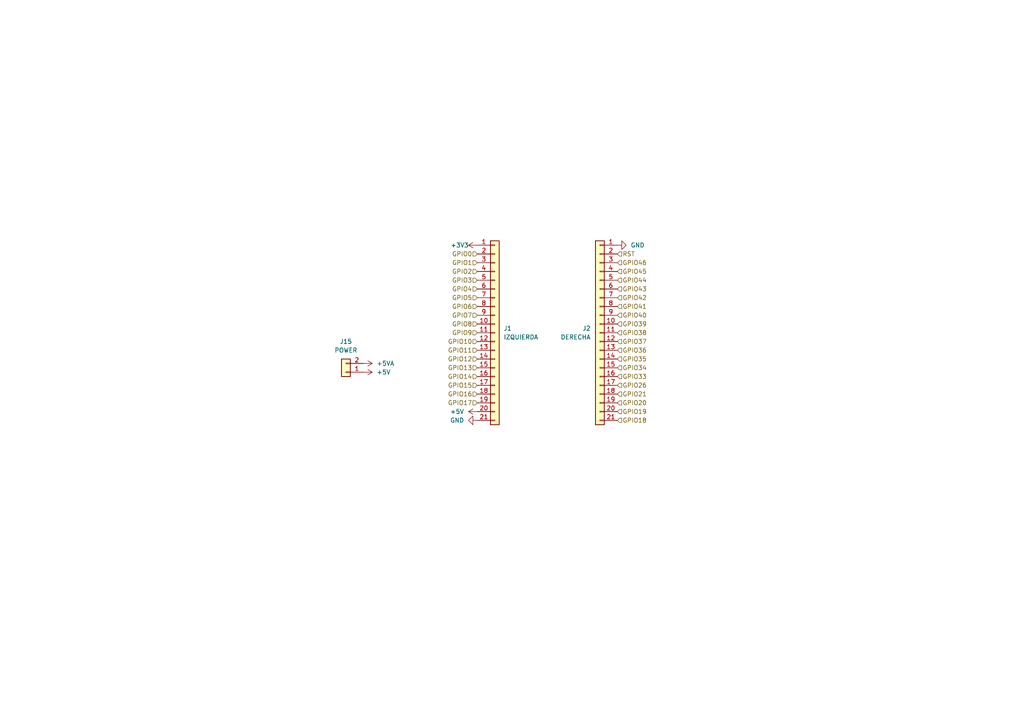
<source format=kicad_sch>
(kicad_sch (version 20230121) (generator eeschema)
  (paper "A4")
  (lib_symbols
    (symbol "Connector_Generic:Conn_01x02" (pin_names (offset 1.016) hide)
      (property "Reference" "J" (at 0 2.54 0))
      (property "Value" "Conn_01x02" (at 0 -5.08 0))
      (symbol "Conn_01x02_1_1"
        (rectangle (start -1.27 -2.413) (end 0 -2.667) (stroke (width 0.1524)))
        (rectangle (start -1.27 0.127) (end 0 -0.127) (stroke (width 0.1524)))
        (rectangle (start -1.27 1.27) (end 1.27 -3.81) (stroke (width 0.254)) (fill (type background)))
        (pin passive line (at -5.08 0 0) (length 3.81) (name "Pin_1") (number "1"))
        (pin passive line (at -5.08 -2.54 0) (length 3.81) (name "Pin_2") (number "2"))
      )
    )
    (symbol "Connector_Generic:Conn_01x21" (pin_names (offset 1.016) hide)
      (property "Reference" "J" (at 0 27.94 0))
      (property "Value" "Conn_01x21" (at 0 -27.94 0))
      (symbol "Conn_01x21_1_1"
        (rectangle (start -1.27 -25.273) (end 0 -25.527) (stroke (width 0.1524)))
        (rectangle (start -1.27 -22.733) (end 0 -22.987) (stroke (width 0.1524)))
        (rectangle (start -1.27 -20.193) (end 0 -20.447) (stroke (width 0.1524)))
        (rectangle (start -1.27 -17.653) (end 0 -17.907) (stroke (width 0.1524)))
        (rectangle (start -1.27 -15.113) (end 0 -15.367) (stroke (width 0.1524)))
        (rectangle (start -1.27 -12.573) (end 0 -12.827) (stroke (width 0.1524)))
        (rectangle (start -1.27 -10.033) (end 0 -10.287) (stroke (width 0.1524)))
        (rectangle (start -1.27 -7.493) (end 0 -7.747) (stroke (width 0.1524)))
        (rectangle (start -1.27 -4.953) (end 0 -5.207) (stroke (width 0.1524)))
        (rectangle (start -1.27 -2.413) (end 0 -2.667) (stroke (width 0.1524)))
        (rectangle (start -1.27 0.127) (end 0 -0.127) (stroke (width 0.1524)))
        (rectangle (start -1.27 2.667) (end 0 2.413) (stroke (width 0.1524)))
        (rectangle (start -1.27 5.207) (end 0 4.953) (stroke (width 0.1524)))
        (rectangle (start -1.27 7.747) (end 0 7.493) (stroke (width 0.1524)))
        (rectangle (start -1.27 10.287) (end 0 10.033) (stroke (width 0.1524)))
        (rectangle (start -1.27 12.827) (end 0 12.573) (stroke (width 0.1524)))
        (rectangle (start -1.27 15.367) (end 0 15.113) (stroke (width 0.1524)))
        (rectangle (start -1.27 17.907) (end 0 17.653) (stroke (width 0.1524)))
        (rectangle (start -1.27 20.447) (end 0 20.193) (stroke (width 0.1524)))
        (rectangle (start -1.27 22.987) (end 0 22.733) (stroke (width 0.1524)))
        (rectangle (start -1.27 25.527) (end 0 25.273) (stroke (width 0.1524)))
        (rectangle (start -1.27 26.67) (end 1.27 -26.67) (stroke (width 0.254)) (fill (type background)))
        (pin passive line (at -5.08 25.4 0) (length 3.81) (name "Pin_1") (number "1"))
        (pin passive line (at -5.08 2.54 0) (length 3.81) (name "Pin_10") (number "10"))
        (pin passive line (at -5.08 0 0) (length 3.81) (name "Pin_11") (number "11"))
        (pin passive line (at -5.08 -2.54 0) (length 3.81) (name "Pin_12") (number "12"))
        (pin passive line (at -5.08 -5.08 0) (length 3.81) (name "Pin_13") (number "13"))
        (pin passive line (at -5.08 -7.62 0) (length 3.81) (name "Pin_14") (number "14"))
        (pin passive line (at -5.08 -10.16 0) (length 3.81) (name "Pin_15") (number "15"))
        (pin passive line (at -5.08 -12.7 0) (length 3.81) (name "Pin_16") (number "16"))
        (pin passive line (at -5.08 -15.24 0) (length 3.81) (name "Pin_17") (number "17"))
        (pin passive line (at -5.08 -17.78 0) (length 3.81) (name "Pin_18") (number "18"))
        (pin passive line (at -5.08 -20.32 0) (length 3.81) (name "Pin_19") (number "19"))
        (pin passive line (at -5.08 22.86 0) (length 3.81) (name "Pin_2") (number "2"))
        (pin passive line (at -5.08 -22.86 0) (length 3.81) (name "Pin_20") (number "20"))
        (pin passive line (at -5.08 -25.4 0) (length 3.81) (name "Pin_21") (number "21"))
        (pin passive line (at -5.08 20.32 0) (length 3.81) (name "Pin_3") (number "3"))
        (pin passive line (at -5.08 17.78 0) (length 3.81) (name "Pin_4") (number "4"))
        (pin passive line (at -5.08 15.24 0) (length 3.81) (name "Pin_5") (number "5"))
        (pin passive line (at -5.08 12.7 0) (length 3.81) (name "Pin_6") (number "6"))
        (pin passive line (at -5.08 10.16 0) (length 3.81) (name "Pin_7") (number "7"))
        (pin passive line (at -5.08 7.62 0) (length 3.81) (name "Pin_8") (number "8"))
        (pin passive line (at -5.08 5.08 0) (length 3.81) (name "Pin_9") (number "9"))
      )
    )
    (symbol "power:+3V3" (power) (pin_names (offset 0))
      (property "Value" "+3V3" (at 0 3.556 0))
      (symbol "+3V3_0_1"
        (polyline (pts (xy -0.762 1.27) (xy 0 2.54)))
        (polyline (pts (xy 0 0) (xy 0 2.54)))
        (polyline (pts (xy 0 2.54) (xy 0.762 1.27)))
      )
      (symbol "+3V3_1_1"
        (pin power_in line (at 0 0 90) (length 0) hide (name "+3V3") (number "1"))
      )
    )
    (symbol "power:+5V" (power) (pin_names (offset 0))
      (property "Value" "+5V" (at 0 3.556 0))
      (symbol "+5V_0_1"
        (polyline (pts (xy -0.762 1.27) (xy 0 2.54)))
        (polyline (pts (xy 0 0) (xy 0 2.54)))
        (polyline (pts (xy 0 2.54) (xy 0.762 1.27)))
      )
      (symbol "+5V_1_1"
        (pin power_in line (at 0 0 90) (length 0) hide (name "+5V") (number "1"))
      )
    )
    (symbol "power:+5VA" (power) (pin_names (offset 0))
      (property "Value" "+5VA" (at 0 3.556 0))
      (symbol "+5VA_0_1"
        (polyline (pts (xy -0.762 1.27) (xy 0 2.54)))
        (polyline (pts (xy 0 0) (xy 0 2.54)))
        (polyline (pts (xy 0 2.54) (xy 0.762 1.27)))
      )
      (symbol "+5VA_1_1"
        (pin power_in line (at 0 0 90) (length 0) hide (name "+5VA") (number "1"))
      )
    )
    (symbol "power:GND" (power) (pin_names (offset 0))
      (property "Value" "GND" (at 0 -3.81 0))
      (symbol "GND_0_1"
        (polyline (pts (xy 0 0) (xy 0 -1.27) (xy 1.27 -1.27) (xy 0 -2.54) (xy -1.27 -1.27) (xy 0 -1.27)))
      )
      (symbol "GND_1_1"
        (pin power_in line (at 0 0 270) (length 0) hide (name "GND") (number "1"))
      )
    )
  )
  (hierarchical_label "GPIO5" (shape input) (at 138.43 86.36 180))
  (hierarchical_label "GPIO38" (shape input) (at 179.07 96.52 0))
  (hierarchical_label "GPIO26" (shape input) (at 179.07 111.76 0))
  (hierarchical_label "GPIO13" (shape input) (at 138.43 106.68 180))
  (hierarchical_label "GPIO8" (shape input) (at 138.43 93.98 180))
  (hierarchical_label "GPIO39" (shape input) (at 179.07 93.98 0))
  (hierarchical_label "GPIO3" (shape input) (at 138.43 81.28 180))
  (hierarchical_label "GPIO42" (shape input) (at 179.07 86.36 0))
  (hierarchical_label "GPIO36" (shape input) (at 179.07 101.6 0))
  (hierarchical_label "GPIO6" (shape input) (at 138.43 88.9 180))
  (hierarchical_label "GPIO33" (shape input) (at 179.07 109.22 0))
  (hierarchical_label "GPIO16" (shape input) (at 138.43 114.3 180))
  (hierarchical_label "GPIO43" (shape input) (at 179.07 83.82 0))
  (hierarchical_label "GPIO14" (shape input) (at 138.43 109.22 180))
  (hierarchical_label "GPIO12" (shape input) (at 138.43 104.14 180))
  (hierarchical_label "GPIO45" (shape input) (at 179.07 78.74 0))
  (hierarchical_label "GPIO15" (shape input) (at 138.43 111.76 180))
  (hierarchical_label "GPIO17" (shape input) (at 138.43 116.84 180))
  (hierarchical_label "GPIO18" (shape input) (at 179.07 121.92 0))
  (hierarchical_label "GPIO9" (shape input) (at 138.43 96.52 180))
  (hierarchical_label "GPIO34" (shape input) (at 179.07 106.68 0))
  (hierarchical_label "GPIO11" (shape input) (at 138.43 101.6 180))
  (hierarchical_label "GPIO35" (shape input) (at 179.07 104.14 0))
  (hierarchical_label "RST" (shape input) (at 179.07 73.66 0))
  (hierarchical_label "GPIO40" (shape input) (at 179.07 91.44 0))
  (hierarchical_label "GPIO10" (shape input) (at 138.43 99.06 180))
  (hierarchical_label "GPIO21" (shape input) (at 179.07 114.3 0))
  (hierarchical_label "GPIO2" (shape input) (at 138.43 78.74 180))
  (hierarchical_label "GPIO37" (shape input) (at 179.07 99.06 0))
  (hierarchical_label "GPIO4" (shape input) (at 138.43 83.82 180))
  (hierarchical_label "GPIO0" (shape input) (at 138.43 73.66 180))
  (hierarchical_label "GPIO44" (shape input) (at 179.07 81.28 0))
  (hierarchical_label "GPIO19" (shape input) (at 179.07 119.38 0))
  (hierarchical_label "GPIO46" (shape input) (at 179.07 76.2 0))
  (hierarchical_label "GPIO1" (shape input) (at 138.43 76.2 180))
  (hierarchical_label "GPIO20" (shape input) (at 179.07 116.84 0))
  (hierarchical_label "GPIO7" (shape input) (at 138.43 91.44 180))
  (hierarchical_label "GPIO41" (shape input) (at 179.07 88.9 0))
  (symbol (lib_id "power:GND") (at 179.07 71.12 90) (unit 1)
    (property "Reference" "#PWR05" (effects hide))
    (property "Value" "GND" (at 182.88 71.12 90) (effects (justify right)))
  )
  (symbol (lib_id "Connector_Generic:Conn_01x21") (at 173.99 96.52 0) (mirror y) (unit 1)
    (property "Reference" "J2" (at 171.323 95.25 0) (effects (justify left)))
    (property "Value" "DERECHA" (at 171.323 97.79 0) (effects (justify left)))
  )
  (symbol (lib_id "Connector_Generic:Conn_01x21") (at 143.51 96.52 0) (unit 1)
    (property "Reference" "J1" (at 146.05 95.25 0) (effects (justify left)))
    (property "Value" "IZQUIERDA" (at 146.05 97.79 0) (effects (justify left)))
  )
  (symbol (lib_id "power:+5VA") (at 105.41 105.41 270) (unit 1)
    (property "Reference" "#PWR015" (effects hide))
    (property "Value" "+5VA" (at 109.22 105.41 90) (effects (justify left)))
    (instances (project "robotica" (path "" (reference "#PWR015") (unit 1)) (path "" (reference "#PWR016") (unit 1))))
  )
  (symbol (lib_id "power:+3V3") (at 138.43 71.12 90) (unit 1)
    (property "Reference" "#PWR0116" (effects hide))
    (property "Value" "+3V3" (at 130.6576 71.12 90) (effects (justify right)))
    (instances (project "proyecto final" (path "" (reference "#PWR0116") (unit 1))) (project "robotica" (path "" (reference "#PWR05") (unit 1)) (path "" (reference "#PWR01") (unit 1))))
  )
  (symbol (lib_id "power:+5V") (at 105.41 107.95 270) (unit 1)
    (property "Reference" "#PWR02" (effects hide))
    (property "Value" "+5V" (at 109.22 107.95 90) (effects (justify left)))
  )
  (symbol (lib_id "power:GND") (at 138.43 121.92 270) (unit 1)
    (property "Reference" "#PWR04" (effects hide))
    (property "Value" "GND" (at 134.62 121.92 90) (effects (justify right)))
  )
  (symbol (lib_id "Connector_Generic:Conn_01x02") (at 100.33 107.95 180) (unit 1)
    (property "Reference" "J15" (at 100.33 99.06 0))
    (property "Value" "POWER" (at 100.33 101.6 0))
  )
  (symbol (lib_id "power:+5V") (at 138.43 119.38 90) (unit 1)
    (property "Reference" "#PWR03" (effects hide))
    (property "Value" "+5V" (at 134.62 119.38 90) (effects (justify left)))
  )
)
</source>
